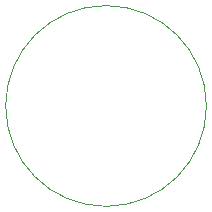
<source format=gm1>
G04*
G04 #@! TF.GenerationSoftware,Altium Limited,Altium Designer,20.1.14 (287)*
G04*
G04 Layer_Color=16711935*
%FSLAX43Y43*%
%MOMM*%
G71*
G04*
G04 #@! TF.SameCoordinates,4F5269AA-7076-45A1-A172-B2B228468667*
G04*
G04*
G04 #@! TF.FilePolarity,Positive*
G04*
G01*
G75*
%ADD11C,0.100*%
D11*
X8500Y0D02*
G03*
X8500Y0I-8500J0D01*
G01*
M02*

</source>
